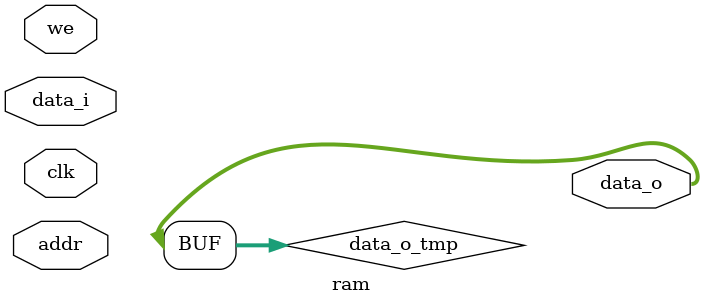
<source format=v>
/*
*
* Copyright (c) 2021-2022 smikkelsen@hotmail.se
*
*
*
* This program is free software: you can redistribute it and/or modify
* it under the terms of the GNU General Public License as published by
* the Free Software Foundation, either version 3 of the License, or
* (at your option) any later version.
*
* This program is distributed in the hope that it will be useful,
* but WITHOUT ANY WARRANTY; without even the implied warranty of
* MERCHANTABILITY or FITNESS FOR A PARTICULAR PURPOSE.  See the
* GNU General Public License for more details.
*
* You should have received a copy of the GNU General Public License
* along with this program.  If not, see <http://www.gnu.org/licenses/>.
* 
*/

// Butterfky for FFT module
module ram #(
	parameter ADDR_SZ = 8,
	parameter DATA_SZ = 8,
	parameter MEM_SZ =  2**10
	) (
	input wire clk,
	input wire [ADDR_SZ-1:0] addr,
	input wire [DATA_SZ-1:0] data_i,
	output wire [DATA_SZ-1:0] data_o,
	input wire we

	);	


	reg [DATA_SZ-1:0] ram[MEM_SZ-1:0];	
	reg [DATA_SZ-1:0] data_o_tmp;
	
	
	always @(posedge clk )
		begin
			if (we )
				begin
					ram[addr] <= data_i;
				end
		end

	assign data_o = data_o_tmp;
	
endmodule


</source>
